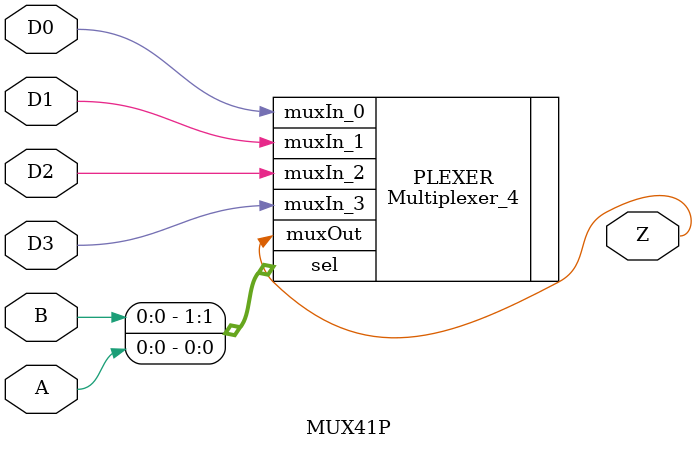
<source format=v>


/******************************************************************************
 **                                                                          **
 ** Component : MUX41P                                                       **
 **                                                                          **
 *****************************************************************************/

module MUX41P(A, B, D0, D1, D2, D3, Z);

   // Inputs
   input A, B, D0, D1, D2, D3;

   // Output
   output Z;

   // 4-to-1 Multiplexer
   Multiplexer_4 PLEXER (
      .muxIn_0(D0),
      .muxIn_1(D1),
      .muxIn_2(D2),
      .muxIn_3(D3),
      .muxOut(Z),
      .sel({B, A})
   );

endmodule

</source>
